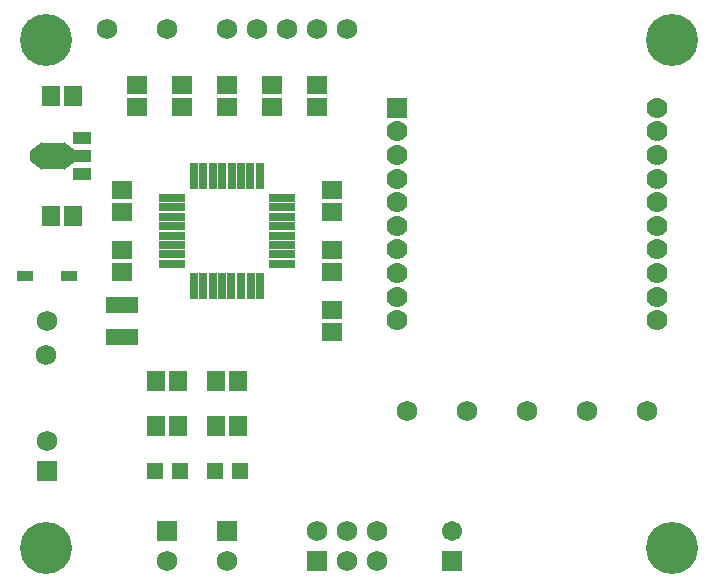
<source format=gts>
G04 (created by PCBNEW-RS274X (2011-07-12 BZR 3047)-stable) date Fri 07 Oct 2011 22:01:21 BST*
G01*
G70*
G90*
%MOIN*%
G04 Gerber Fmt 3.4, Leading zero omitted, Abs format*
%FSLAX34Y34*%
G04 APERTURE LIST*
%ADD10C,0.006000*%
%ADD11R,0.055200X0.055200*%
%ADD12C,0.068000*%
%ADD13C,0.173400*%
%ADD14R,0.068000X0.068000*%
%ADD15R,0.067100X0.067100*%
%ADD16C,0.067100*%
%ADD17R,0.063100X0.043400*%
%ADD18R,0.090700X0.086700*%
%ADD19R,0.086700X0.025700*%
%ADD20R,0.025700X0.086700*%
%ADD21R,0.067100X0.059200*%
%ADD22R,0.059200X0.067100*%
%ADD23R,0.055200X0.035600*%
%ADD24R,0.106400X0.055200*%
%ADD25C,0.070000*%
%ADD26R,0.070000X0.070000*%
G04 APERTURE END LIST*
G54D10*
G54D11*
X55587Y-46000D03*
X56413Y-46000D03*
X57587Y-46000D03*
X58413Y-46000D03*
G54D12*
X52000Y-45000D03*
X51972Y-42126D03*
X54000Y-31250D03*
X72000Y-44000D03*
X70000Y-44000D03*
X68000Y-44000D03*
X56000Y-31250D03*
X64000Y-44000D03*
X62000Y-31250D03*
X61000Y-31250D03*
X60000Y-31250D03*
X59000Y-31250D03*
X58000Y-31250D03*
X66000Y-44000D03*
G54D13*
X51969Y-31634D03*
X72835Y-31634D03*
X51969Y-48563D03*
X72835Y-48563D03*
G54D14*
X52000Y-46000D03*
G54D12*
X52000Y-41000D03*
G54D15*
X65500Y-49000D03*
G54D16*
X65500Y-48000D03*
G54D14*
X56000Y-48000D03*
G54D12*
X56000Y-49000D03*
G54D14*
X58000Y-48000D03*
G54D12*
X58000Y-49000D03*
G54D14*
X61000Y-49000D03*
G54D12*
X61000Y-48000D03*
X62000Y-49000D03*
X62000Y-48000D03*
X63000Y-49000D03*
X63000Y-48000D03*
G54D17*
X53150Y-35500D03*
X53150Y-36091D03*
X53150Y-34909D03*
G54D10*
G36*
X52953Y-35675D02*
X52559Y-35975D01*
X52559Y-35025D01*
X52953Y-35325D01*
X52953Y-35675D01*
X52953Y-35675D01*
G37*
G54D18*
X52189Y-35500D03*
G54D10*
G36*
X51819Y-35975D02*
X51425Y-35675D01*
X51425Y-35325D01*
X51819Y-35025D01*
X51819Y-35975D01*
X51819Y-35975D01*
G37*
G54D19*
X56169Y-39093D03*
X56169Y-38778D03*
X56169Y-38463D03*
X56169Y-38148D03*
X56169Y-37833D03*
X56169Y-37518D03*
X56169Y-37203D03*
X56169Y-36888D03*
X59831Y-36890D03*
X59831Y-39100D03*
X59831Y-38780D03*
X59831Y-38460D03*
X59831Y-38150D03*
X59831Y-37830D03*
X59831Y-37520D03*
X59831Y-37200D03*
G54D20*
X56888Y-36169D03*
X57202Y-36169D03*
X57518Y-36169D03*
X57832Y-36169D03*
X58148Y-36169D03*
X58462Y-36169D03*
X58778Y-36169D03*
X59092Y-36169D03*
X56890Y-39831D03*
X57200Y-39831D03*
X57520Y-39831D03*
X57830Y-39831D03*
X58140Y-39831D03*
X58460Y-39831D03*
X58780Y-39831D03*
X59100Y-39831D03*
G54D21*
X61500Y-41375D03*
X61500Y-40625D03*
X56500Y-33125D03*
X56500Y-33875D03*
G54D22*
X57625Y-44500D03*
X58375Y-44500D03*
X55625Y-44500D03*
X56375Y-44500D03*
G54D21*
X59500Y-33125D03*
X59500Y-33875D03*
X61000Y-33125D03*
X61000Y-33875D03*
X55000Y-33125D03*
X55000Y-33875D03*
X58000Y-33125D03*
X58000Y-33875D03*
X61500Y-39375D03*
X61500Y-38625D03*
X54500Y-37375D03*
X54500Y-36625D03*
G54D22*
X58375Y-43000D03*
X57625Y-43000D03*
G54D21*
X54500Y-39375D03*
X54500Y-38625D03*
G54D22*
X56375Y-43000D03*
X55625Y-43000D03*
G54D21*
X61500Y-37375D03*
X61500Y-36625D03*
G54D22*
X52875Y-33500D03*
X52125Y-33500D03*
X52875Y-37500D03*
X52125Y-37500D03*
G54D23*
X51272Y-39500D03*
X52728Y-39500D03*
G54D24*
X54500Y-41531D03*
X54500Y-40469D03*
G54D25*
X63663Y-34676D03*
X63663Y-35463D03*
X63663Y-36250D03*
X63663Y-37038D03*
X63663Y-37825D03*
X63663Y-38613D03*
X63663Y-39400D03*
X63663Y-40187D03*
X63663Y-40975D03*
X72324Y-40975D03*
X72324Y-40187D03*
X72324Y-39400D03*
X72324Y-38613D03*
X72324Y-37825D03*
X72324Y-37038D03*
X72324Y-36250D03*
X72324Y-35463D03*
X72324Y-34676D03*
X72324Y-33888D03*
G54D26*
X63663Y-33888D03*
M02*

</source>
